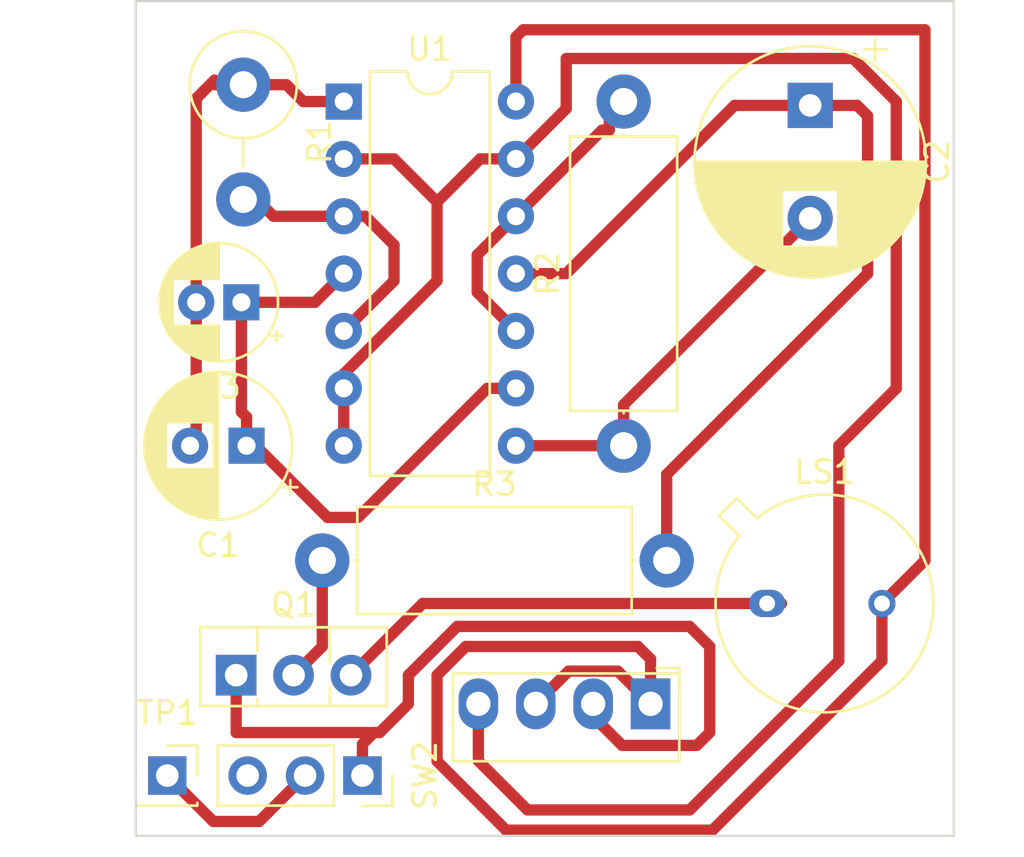
<source format=kicad_pcb>
(kicad_pcb (version 20221018) (generator pcbnew)
  (layers (0 "F.Cu" signal) (31 "B.Cu" signal) (34 "B.Paste" user) (35 "F.Paste" user) (36 "B.SilkS" user "B.Silkscreen") (37 "F.SilkS" user "F.Silkscreen") (38 "B.Mask" user) (39 "F.Mask" user) (44 "Edge.Cuts" user))
  (net 0 "")
  (net 1 "Net-(C1-Pad1)")
  (net 2 "Net-(C1-Pad2)")
  (net 3 "Net-(C2-Pad1)")
  (net 4 "Net-(C2-Pad2)")
  (net 5 "Net-(Q1-E)")
  (net 6 "GND")
  (net 7 "+5V")
  (net 8 "Net-(Q1-B)")
  (net 9 "Net-(R1-Pad2)")
  (net 10 "Net-(R2-Pad2)")
  (net 11 "+15V")
  (net 12 "Net-(PS1-+Vin)")
  (footprint "Resistor_THT:R_Axial_DIN0414_L11.9mm_D4.5mm_P5.08mm_Vertical" (layer "F.Cu") (at 76.514887 35.45 -90)
    (fp_text reference "R1" (at 2.54 -3.37 -90) (layer "F.SilkS"))
    (fp_text value "150k")
    (pad "1" thru_hole circle (at 0 0 270) (size 2.4 2.4) (drill 1.2) (layers "*.Cu" "*.Mask") (net 2 "Net-(C1-Pad2)"))
    (pad "2" thru_hole oval (at 5.08 0 270) (size 2.4 2.4) (drill 1.2) (layers "*.Cu" "*.Mask") (net 9 "Net-(R1-Pad2)"))
  )
  (footprint "Connector_PinSocket_2.54mm:PinSocket_1x01_P2.54mm_Vertical" (layer "F.Cu") (at 73.152 66.04)
    (fp_text reference "TP1" (at 0 -2.77) (layer "F.SilkS"))
    (fp_text value "TestPoint")
    (pad "1" thru_hole rect (at 0 0) (size 1.7 1.7) (drill 1) (layers "*.Cu" "*.Mask") (net 11 "+15V"))
  )
  (footprint "Converter_DCDC:Converter_DCDC_Murata_MEE3SxxxxSC_THT" (layer "F.Cu") (at 94.5375 62.865 -90)
    (fp_text reference "PS1" hide)
    (fp_text value "MEE3S1205SC" hide)
    (pad "1" thru_hole rect (at 0 0 180) (size 1.75 2.25) (drill 1.075) (layers "*.Cu" "*.Mask") (net 6 "GND"))
    (pad "2" thru_hole oval (at 0 2.54 180) (size 1.75 2.25) (drill 1.075) (layers "*.Cu" "*.Mask") (net 12 "Net-(PS1-+Vin)"))
    (pad "3" thru_hole oval (at 0 5.08 180) (size 1.75 2.25) (drill 1.075) (layers "*.Cu" "*.Mask") (net 6 "GND"))
    (pad "4" thru_hole oval (at 0 7.62 180) (size 1.75 2.25) (drill 1.075) (layers "*.Cu" "*.Mask") (net 7 "+5V"))
  )
  (footprint "Capacitor_THT:CP_Radial_D10.0mm_P5.00mm" (layer "F.Cu") (at 101.6 36.367323 -90)
    (fp_text reference "C2" (at 2.5 -5.615 90) (layer "F.SilkS"))
    (fp_text value "470uf")
    (pad "1" thru_hole rect (at 0 0 270) (size 2 2) (drill 1) (layers "*.Cu" "*.Mask") (net 3 "Net-(C2-Pad1)"))
    (pad "2" thru_hole circle (at 5 0 270) (size 2 2) (drill 1) (layers "*.Cu" "*.Mask") (net 4 "Net-(C2-Pad2)"))
  )
  (footprint "Package_TO_SOT_THT:TO-126-3_Vertical" (layer "F.Cu") (at 76.2 61.595)
    (fp_text reference "Q1" (at 2.54 -3.12) (layer "F.SilkS"))
    (fp_text value "NPN")
    (pad "1" thru_hole rect (at 0 0) (size 1.8 1.8) (drill 1) (layers "*.Cu" "*.Mask") (net 12 "Net-(PS1-+Vin)"))
    (pad "2" thru_hole oval (at 2.54 0) (size 1.8 1.8) (drill 1) (layers "*.Cu" "*.Mask") (net 8 "Net-(Q1-B)"))
    (pad "3" thru_hole oval (at 5.08 0) (size 1.8 1.8) (drill 1) (layers "*.Cu" "*.Mask") (net 5 "Net-(Q1-E)"))
  )
  (footprint "Package_DIP:DIP-14_W7.62mm" (layer "F.Cu") (at 80.959887 36.195)
    (fp_text reference "U1" (at 3.81 -2.33) (layer "F.SilkS"))
    (fp_text value "4011")
    (pad "1" thru_hole rect (at 0 0) (size 1.6 1.6) (drill 0.8) (layers "*.Cu" "*.Mask") (net 2 "Net-(C1-Pad2)"))
    (pad "2" thru_hole oval (at 0 2.54) (size 1.6 1.6) (drill 0.8) (layers "*.Cu" "*.Mask") (net 7 "+5V"))
    (pad "3" thru_hole oval (at 0 5.08) (size 1.6 1.6) (drill 0.8) (layers "*.Cu" "*.Mask") (net 9 "Net-(R1-Pad2)"))
    (pad "4" thru_hole oval (at 0 7.62) (size 1.6 1.6) (drill 0.8) (layers "*.Cu" "*.Mask") (net 1 "Net-(C1-Pad1)"))
    (pad "5" thru_hole oval (at 0 10.16) (size 1.6 1.6) (drill 0.8) (layers "*.Cu" "*.Mask") (net 9 "Net-(R1-Pad2)"))
    (pad "6" thru_hole oval (at 0 12.7) (size 1.6 1.6) (drill 0.8) (layers "*.Cu" "*.Mask") (net 7 "+5V"))
    (pad "7" thru_hole oval (at 0 15.24) (size 1.6 1.6) (drill 0.8) (layers "*.Cu" "*.Mask") (net 7 "+5V"))
    (pad "8" thru_hole oval (at 7.62 15.24) (size 1.6 1.6) (drill 0.8) (layers "*.Cu" "*.Mask") (net 4 "Net-(C2-Pad2)"))
    (pad "9" thru_hole oval (at 7.62 12.7) (size 1.6 1.6) (drill 0.8) (layers "*.Cu" "*.Mask") (net 1 "Net-(C1-Pad1)"))
    (pad "10" thru_hole oval (at 7.62 10.16) (size 1.6 1.6) (drill 0.8) (layers "*.Cu" "*.Mask") (net 10 "Net-(R2-Pad2)"))
    (pad "11" thru_hole oval (at 7.62 7.62) (size 1.6 1.6) (drill 0.8) (layers "*.Cu" "*.Mask") (net 3 "Net-(C2-Pad1)"))
    (pad "12" thru_hole oval (at 7.62 5.08) (size 1.6 1.6) (drill 0.8) (layers "*.Cu" "*.Mask") (net 10 "Net-(R2-Pad2)"))
    (pad "13" thru_hole oval (at 7.62 2.54) (size 1.6 1.6) (drill 0.8) (layers "*.Cu" "*.Mask") (net 7 "+5V"))
    (pad "14" thru_hole oval (at 7.62 0) (size 1.6 1.6) (drill 0.8) (layers "*.Cu" "*.Mask") (net 6 "GND"))
  )
  (footprint "Resistor_THT:R_Axial_DIN0414_L11.9mm_D4.5mm_P15.24mm_Horizontal" (layer "F.Cu") (at 93.345 51.435 90)
    (fp_text reference "R2" (at 7.62 -3.37 90) (layer "F.SilkS"))
    (fp_text value "1.5k")
    (pad "1" thru_hole circle (at 0 0 90) (size 2.4 2.4) (drill 1.2) (layers "*.Cu" "*.Mask") (net 4 "Net-(C2-Pad2)"))
    (pad "2" thru_hole oval (at 15.24 0 90) (size 2.4 2.4) (drill 1.2) (layers "*.Cu" "*.Mask") (net 10 "Net-(R2-Pad2)"))
  )
  (footprint "Resistor_THT:R_Axial_DIN0414_L11.9mm_D4.5mm_P15.24mm_Horizontal" (layer "F.Cu") (at 80.01 56.515)
    (fp_text reference "R3" (at 7.62 -3.37) (layer "F.SilkS"))
    (fp_text value "10k")
    (pad "1" thru_hole circle (at 0 0) (size 2.4 2.4) (drill 1.2) (layers "*.Cu" "*.Mask") (net 8 "Net-(Q1-B)"))
    (pad "2" thru_hole oval (at 15.24 0) (size 2.4 2.4) (drill 1.2) (layers "*.Cu" "*.Mask") (net 3 "Net-(C2-Pad1)"))
  )
  (footprint "Connector_PinSocket_2.54mm:PinSocket_1x03_P2.54mm_Vertical" (layer "F.Cu") (at 81.788 66.04 -90)
    (fp_text reference "SW2" (at 0 -2.77 90) (layer "F.SilkS"))
    (fp_text value "SW_Nidec_CAS-120A1" hide)
    (pad "1" thru_hole rect (at 0 0 270) (size 1.7 1.7) (drill 1) (layers "*.Cu" "*.Mask") (net 12 "Net-(PS1-+Vin)"))
    (pad "2" thru_hole oval (at 0 2.54 270) (size 1.7 1.7) (drill 1) (layers "*.Cu" "*.Mask") (net 11 "+15V"))
    (pad "3" thru_hole oval (at 0 5.08 270) (size 1.7 1.7) (drill 1) (layers "*.Cu" "*.Mask"))
  )
  (footprint "Package_TO_SOT_THT:TO-5-2" (layer "F.Cu") (at 99.695 58.42)
    (fp_text reference "LS1" (at 2.54 -5.82) (layer "F.SilkS"))
    (fp_text value "Speaker")
    (pad "1" thru_hole oval (at 0 0) (size 1.6 1.2) (drill 0.7) (layers "*.Cu" "*.Mask") (net 5 "Net-(Q1-E)"))
    (pad "2" thru_hole oval (at 5.08 0) (size 1.2 1.2) (drill 0.7) (layers "*.Cu" "*.Mask") (net 6 "GND"))
  )
  (footprint "Capacitor_THT:CP_Radial_D5.0mm_P2.00mm" (layer "F.Cu") (at 76.431366 45.085 180)
    (fp_text reference "C3" (at 1 -3.75) (layer "F.SilkS"))
    (fp_text value "2.2uf")
    (pad "1" thru_hole rect (at 0 0 180) (size 1.6 1.6) (drill 0.8) (layers "*.Cu" "*.Mask") (net 1 "Net-(C1-Pad1)"))
    (pad "2" thru_hole circle (at 2 0 180) (size 1.6 1.6) (drill 0.8) (layers "*.Cu" "*.Mask") (net 2 "Net-(C1-Pad2)"))
  )
  (footprint "Capacitor_THT:CP_Radial_D6.3mm_P2.50mm" (layer "F.Cu") (at 76.658633 51.435 180)
    (fp_text reference "C1" (at 1.25 -4.4) (layer "F.SilkS"))
    (fp_text value "10uf")
    (pad "1" thru_hole rect (at 0 0 180) (size 1.6 1.6) (drill 0.8) (layers "*.Cu" "*.Mask") (net 1 "Net-(C1-Pad1)"))
    (pad "2" thru_hole circle (at 2.5 0 180) (size 1.6 1.6) (drill 0.8) (layers "*.Cu" "*.Mask") (net 2 "Net-(C1-Pad2)"))
  )
  (gr_rect (start 71.755 31.75) (end 107.95 68.707) (stroke (width 0.1)) (fill none) (layer "Edge.Cuts"))
  (segment (start 76.431366 45.085) (end 79.689887 45.085) (width 0.5) (layer "F.Cu") (net 1))
  (segment (start 76.431366 49.937733) (end 76.431366 45.085) (width 0.5) (layer "F.Cu") (net 1))
  (segment (start 80.237267 54.61) (end 76.658633 51.031366) (width 0.5) (layer "F.Cu") (net 1))
  (segment (start 76.658633 51.031366) (end 76.658633 50.165) (width 0.5) (layer "F.Cu") (net 1))
  (segment (start 79.689887 45.085) (end 80.959887 43.815) (width 0.5) (layer "F.Cu") (net 1))
  (segment (start 87.309887 48.895) (end 81.594887 54.61) (width 0.5) (layer "F.Cu") (net 1))
  (segment (start 76.658633 50.165) (end 76.431366 49.937733) (width 0.5) (layer "F.Cu") (net 1))
  (segment (start 81.594887 54.61) (end 80.237267 54.61) (width 0.5) (layer "F.Cu") (net 1))
  (segment (start 88.579887 48.895) (end 87.309887 48.895) (width 0.5) (layer "F.Cu") (net 1))
  (segment (start 75.244887 35.245113) (end 74.431366 36.058634) (width 0.5) (layer "F.Cu") (net 2))
  (segment (start 74.431366 36.058634) (end 74.431366 51.162267) (width 0.5) (layer "F.Cu") (net 2))
  (segment (start 76.514887 35.45) (end 78.419887 35.45) (width 0.5) (layer "F.Cu") (net 2))
  (segment (start 79.164887 36.195) (end 78.419887 35.45) (width 0.5) (layer "F.Cu") (net 2))
  (segment (start 80.959887 36.195) (end 79.164887 36.195) (width 0.5) (layer "F.Cu") (net 2))
  (segment (start 76.514887 35.45) (end 75.244887 35.45) (width 0.5) (layer "F.Cu") (net 2))
  (segment (start 74.431366 51.162267) (end 74.158633 51.435) (width 0.5) (layer "F.Cu") (net 2))
  (segment (start 95.25 56.515) (end 95.25 52.705) (width 0.5) (layer "F.Cu") (net 3))
  (segment (start 104.14 36.83) (end 103.677323 36.367323) (width 0.5) (layer "F.Cu") (net 3))
  (segment (start 104.14 43.815) (end 104.14 36.83) (width 0.5) (layer "F.Cu") (net 3))
  (segment (start 95.25 52.705) (end 104.14 43.815) (width 0.5) (layer "F.Cu") (net 3))
  (segment (start 101.6 36.367323) (end 98.252677 36.367323) (width 0.5) (layer "F.Cu") (net 3))
  (segment (start 103.677323 36.367323) (end 101.6 36.367323) (width 0.5) (layer "F.Cu") (net 3))
  (segment (start 98.252677 36.367323) (end 90.805 43.815) (width 0.5) (layer "F.Cu") (net 3))
  (segment (start 90.805 43.815) (end 88.579887 43.815) (width 0.5) (layer "F.Cu") (net 3))
  (segment (start 92.802323 51.435) (end 88.579887 51.435) (width 0.5) (layer "F.Cu") (net 4))
  (segment (start 93.437323 50.8) (end 92.802323 51.435) (width 0.5) (layer "F.Cu") (net 4))
  (segment (start 101.6 41.367323) (end 93.345 49.622323) (width 0.5) (layer "F.Cu") (net 4))
  (segment (start 93.345 49.622323) (end 93.345 51.435) (width 0.5) (layer "F.Cu") (net 4))
  (segment (start 84.455 58.42) (end 81.28 61.595) (width 0.5) (layer "F.Cu") (net 5))
  (segment (start 100.33 58.42) (end 84.455 58.42) (width 0.5) (layer "F.Cu") (net 5))
  (segment (start 97.278 68.457) (end 88.142 68.457) (width 0.5) (layer "F.Cu") (net 6))
  (segment (start 86.36 60.325) (end 93.98 60.325) (width 0.5) (layer "F.Cu") (net 6))
  (segment (start 90.9075 61.415) (end 89.4575 62.865) (width 0.5) (layer "F.Cu") (net 6))
  (segment (start 94.5375 60.8825) (end 94.5375 62.865) (width 0.5) (layer "F.Cu") (net 6))
  (segment (start 104.775 58.42) (end 104.775 60.96) (width 0.5) (layer "F.Cu") (net 6))
  (segment (start 88.142 68.457) (end 85.09 65.405) (width 0.5) (layer "F.Cu") (net 6))
  (segment (start 85.09 61.595) (end 86.36 60.325) (width 0.5) (layer "F.Cu") (net 6))
  (segment (start 106.68 56.515) (end 104.775 58.42) (width 0.5) (layer "F.Cu") (net 6))
  (segment (start 85.09 65.405) (end 85.09 61.595) (width 0.5) (layer "F.Cu") (net 6))
  (segment (start 106.68 33.02) (end 106.68 56.515) (width 0.5) (layer "F.Cu") (net 6))
  (segment (start 104.775 60.96) (end 97.278 68.457) (width 0.5) (layer "F.Cu") (net 6))
  (segment (start 93.98 60.325) (end 94.5375 60.8825) (width 0.5) (layer "F.Cu") (net 6))
  (segment (start 88.579887 36.195) (end 88.579887 33.340113) (width 0.5) (layer "F.Cu") (net 6))
  (segment (start 93.0875 61.415) (end 90.9075 61.415) (width 0.5) (layer "F.Cu") (net 6))
  (segment (start 88.579887 33.340113) (end 88.9 33.02) (width 0.5) (layer "F.Cu") (net 6))
  (segment (start 88.894774 33.02) (end 106.68 33.02) (width 0.5) (layer "F.Cu") (net 6))
  (segment (start 94.5375 62.865) (end 93.0875 61.415) (width 0.5) (layer "F.Cu") (net 6))
  (segment (start 102.87 60.96) (end 102.87 51.435) (width 0.5) (layer "F.Cu") (net 7))
  (segment (start 105.41 36.194651) (end 103.505349 34.29) (width 0.5) (layer "F.Cu") (net 7))
  (segment (start 102.87 51.435) (end 105.41 48.895) (width 0.5) (layer "F.Cu") (net 7))
  (segment (start 86.995 38.735) (end 85.09 40.64) (width 0.5) (layer "F.Cu") (net 7))
  (segment (start 86.9175 62.865) (end 86.9175 65.391) (width 0.5) (layer "F.Cu") (net 7))
  (segment (start 88.579887 38.735) (end 86.995 38.735) (width 0.5) (layer "F.Cu") (net 7))
  (segment (start 80.959887 51.435) (end 80.959887 48.895) (width 0.5) (layer "F.Cu") (net 7))
  (segment (start 85.09 44.128491) (end 80.959887 48.258604) (width 0.5) (layer "F.Cu") (net 7))
  (segment (start 90.805 34.29) (end 90.805 36.509887) (width 0.5) (layer "F.Cu") (net 7))
  (segment (start 83.185 38.735) (end 80.959887 38.735) (width 0.5) (layer "F.Cu") (net 7))
  (segment (start 105.41 48.895) (end 105.41 36.194651) (width 0.5) (layer "F.Cu") (net 7))
  (segment (start 80.959887 48.258604) (end 80.959887 48.895) (width 0.5) (layer "F.Cu") (net 7))
  (segment (start 89.0905 67.564) (end 96.266 67.564) (width 0.5) (layer "F.Cu") (net 7))
  (segment (start 103.505349 34.29) (end 90.805 34.29) (width 0.5) (layer "F.Cu") (net 7))
  (segment (start 96.266 67.564) (end 102.87 60.96) (width 0.5) (layer "F.Cu") (net 7))
  (segment (start 90.805 36.509887) (end 88.579887 38.735) (width 0.5) (layer "F.Cu") (net 7))
  (segment (start 85.09 40.64) (end 85.09 44.128491) (width 0.5) (layer "F.Cu") (net 7))
  (segment (start 86.9175 65.391) (end 89.0905 67.564) (width 0.5) (layer "F.Cu") (net 7))
  (segment (start 85.09 40.64) (end 83.185 38.735) (width 0.5) (layer "F.Cu") (net 7))
  (segment (start 78.74 61.595) (end 80.01 60.325) (width 0.5) (layer "F.Cu") (net 8))
  (segment (start 80.01 60.325) (end 80.01 56.515) (width 0.5) (layer "F.Cu") (net 8))
  (segment (start 76.514887 39.938887) (end 77.851 41.275) (width 0.5) (layer "F.Cu") (net 9))
  (segment (start 81.915 41.275) (end 80.959887 41.275) (width 0.5) (layer "F.Cu") (net 9))
  (segment (start 80.959887 46.355) (end 83.185 44.129887) (width 0.5) (layer "F.Cu") (net 9))
  (segment (start 83.185 44.129887) (end 83.185 42.545) (width 0.5) (layer "F.Cu") (net 9))
  (segment (start 83.185 42.545) (end 81.915 41.275) (width 0.5) (layer "F.Cu") (net 9))
  (segment (start 77.851 41.275) (end 80.959887 41.275) (width 0.5) (layer "F.Cu") (net 9))
  (segment (start 86.868 42.986887) (end 88.579887 41.275) (width 0.5) (layer "F.Cu") (net 10))
  (segment (start 88.579887 41.275) (end 92.389887 37.465) (width 0.5) (layer "F.Cu") (net 10))
  (segment (start 88.579887 46.355) (end 86.868 44.643113) (width 0.5) (layer "F.Cu") (net 10))
  (segment (start 92.71 36.195) (end 93.345 35.56) (width 0.5) (layer "F.Cu") (net 10))
  (segment (start 92.71 37.465) (end 92.71 36.195) (width 0.5) (layer "F.Cu") (net 10))
  (segment (start 92.389887 37.465) (end 92.71 37.465) (width 0.5) (layer "F.Cu") (net 10))
  (segment (start 86.868 44.643113) (end 86.868 42.986887) (width 0.5) (layer "F.Cu") (net 10))
  (segment (start 77.216 68.072) (end 75.184 68.072) (width 0.5) (layer "F.Cu") (net 11))
  (segment (start 75.184 68.072) (end 73.152 66.04) (width 0.5) (layer "F.Cu") (net 11))
  (segment (start 79.248 66.04) (end 77.216 68.072) (width 0.5) (layer "F.Cu") (net 11))
  (segment (start 91.9975 63.4225) (end 93.28 64.705) (width 0.5) (layer "F.Cu") (net 12))
  (segment (start 96.266 59.436) (end 85.979 59.436) (width 0.5) (layer "F.Cu") (net 12))
  (segment (start 82.55 64.135) (end 82.296 64.135) (width 0.5) (layer "F.Cu") (net 12))
  (segment (start 96.585 64.705) (end 97.155 64.135) (width 0.5) (layer "F.Cu") (net 12))
  (segment (start 83.82 62.865) (end 82.55 64.135) (width 0.5) (layer "F.Cu") (net 12))
  (segment (start 93.28 64.705) (end 96.585 64.705) (width 0.5) (layer "F.Cu") (net 12))
  (segment (start 76.2 64.135) (end 76.2 61.595) (width 0.5) (layer "F.Cu") (net 12))
  (segment (start 81.788 66.04) (end 81.788 64.643) (width 0.5) (layer "F.Cu") (net 12))
  (segment (start 82.296 64.135) (end 76.2 64.135) (width 0.5) (layer "F.Cu") (net 12))
  (segment (start 91.9975 62.865) (end 91.9975 63.4225) (width 0.5) (layer "F.Cu") (net 12))
  (segment (start 97.155 64.135) (end 97.155 60.325) (width 0.5) (layer "F.Cu") (net 12))
  (segment (start 83.82 61.595) (end 83.82 62.865) (width 0.5) (layer "F.Cu") (net 12))
  (segment (start 85.979 59.436) (end 83.82 61.595) (width 0.5) (layer "F.Cu") (net 12))
  (segment (start 81.788 64.643) (end 82.296 64.135) (width 0.5) (layer "F.Cu") (net 12))
  (segment (start 97.155 60.325) (end 96.266 59.436) (width 0.5) (layer "F.Cu") (net 12))
)
</source>
